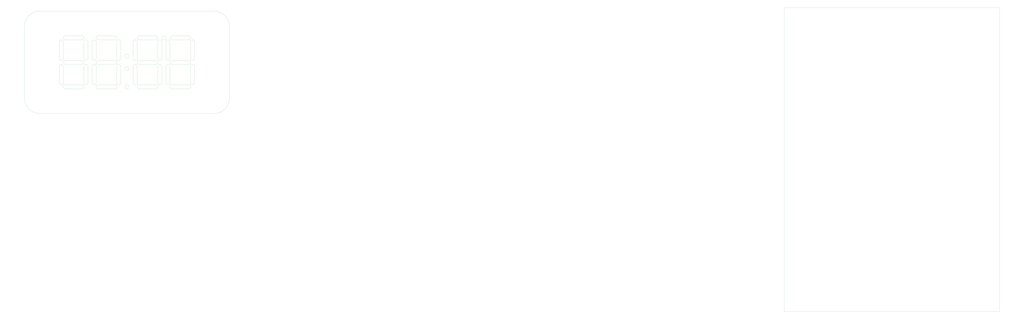
<source format=gbr>
%TF.GenerationSoftware,KiCad,Pcbnew,9.0.6-9.0.6~ubuntu24.04.1*%
%TF.CreationDate,2025-12-13T15:08:56+01:00*%
%TF.ProjectId,7_seg_led_tht_3mm,375f7365-675f-46c6-9564-5f7468745f33,1.0*%
%TF.SameCoordinates,Original*%
%TF.FileFunction,OtherDrawing,Comment*%
%FSLAX46Y46*%
G04 Gerber Fmt 4.6, Leading zero omitted, Abs format (unit mm)*
G04 Created by KiCad (PCBNEW 9.0.6-9.0.6~ubuntu24.04.1) date 2025-12-13 15:08:56*
%MOMM*%
%LPD*%
G01*
G04 APERTURE LIST*
%ADD10C,0.100000*%
%ADD11C,0.050000*%
G04 APERTURE END LIST*
D10*
X115000001Y-72999928D02*
X115000001Y-88999928D01*
X189000001Y-118999928D02*
G75*
G02*
X189000001Y-114999872I-1J2000028D01*
G01*
X157000001Y-66999928D02*
X173000001Y-66999928D01*
X85000001Y-66999928D02*
X101000001Y-66999928D01*
X155000001Y-112999928D02*
G75*
G02*
X151000001Y-112999928I-2000000J0D01*
G01*
X101000001Y-66999928D02*
G75*
G02*
X101000001Y-70999872I-1J-1999972D01*
G01*
X211000001Y-96999928D02*
X211000001Y-112999928D01*
X135000001Y-72999928D02*
G75*
G02*
X139000001Y-72999928I2000000J0D01*
G01*
D11*
X245000001Y-127953438D02*
G75*
G02*
X230000000Y-143000003I-15000001J-46492D01*
G01*
D10*
X183000000Y-69000000D02*
G75*
G02*
X179000000Y-69000000I-2000000J0D01*
G01*
X179000000Y-69000000D02*
G75*
G02*
X183000000Y-69000000I2000000J0D01*
G01*
X139000001Y-112999928D02*
G75*
G02*
X135000001Y-112999928I-2000000J0D01*
G01*
X85000001Y-118999928D02*
G75*
G02*
X85000001Y-114999872I-1J2000028D01*
G01*
X151000001Y-96999928D02*
G75*
G02*
X155000001Y-96999928I2000000J0D01*
G01*
X103000001Y-72999928D02*
X103000001Y-88999928D01*
X117000001Y-70999928D02*
X133000001Y-70999928D01*
X189000001Y-90999928D02*
X205000001Y-90999928D01*
X173000001Y-114999928D02*
G75*
G02*
X173000001Y-118999872I-1J-1999972D01*
G01*
X133000001Y-66999928D02*
G75*
G02*
X133000001Y-70999872I-1J-1999972D01*
G01*
X175000001Y-96999928D02*
X175000001Y-112999928D01*
X157000001Y-118999928D02*
G75*
G02*
X157000001Y-114999872I-1J2000028D01*
G01*
X85000001Y-114999928D02*
X101000001Y-114999928D01*
X189000001Y-94999928D02*
G75*
G02*
X189000001Y-90999872I-1J2000028D01*
G01*
X85000001Y-90999928D02*
X101000001Y-90999928D01*
X117000001Y-118999928D02*
X133000001Y-118999928D01*
X189000001Y-70999928D02*
G75*
G02*
X189000001Y-66999872I-1J2000028D01*
G01*
X187000001Y-88999928D02*
G75*
G02*
X183000001Y-88999928I-2000000J0D01*
G01*
X107000001Y-96999928D02*
X107000001Y-112999928D01*
X207000001Y-72999928D02*
G75*
G02*
X211000001Y-72999928I2000000J0D01*
G01*
X189000001Y-118999928D02*
X205000001Y-118999928D01*
X179000001Y-88999928D02*
G75*
G02*
X175000001Y-88999928I-2000000J0D01*
G01*
D11*
X45000001Y-58046418D02*
G75*
G02*
X60000002Y-42999859I14999999J46488D01*
G01*
D10*
X151000001Y-72999928D02*
X151000001Y-88999928D01*
X101000001Y-90999928D02*
G75*
G02*
X101000001Y-94999872I-1J-1999972D01*
G01*
X135000001Y-72999928D02*
X135000001Y-88999928D01*
D11*
X245000001Y-127953475D02*
X245000102Y-57999929D01*
X60046491Y-142999928D02*
X230000000Y-143000032D01*
D10*
X157000001Y-114999928D02*
X173000001Y-114999928D01*
X179000001Y-96999928D02*
X179000001Y-112999928D01*
X139000001Y-96999928D02*
X139000001Y-112999928D01*
D11*
X229953511Y-42999928D02*
X60000002Y-42999857D01*
D10*
X83000001Y-88999928D02*
G75*
G02*
X79000001Y-88999928I-2000000J0D01*
G01*
X85000001Y-94999928D02*
G75*
G02*
X85000001Y-90999872I-1J2000028D01*
G01*
X147000000Y-117000000D02*
G75*
G02*
X143000000Y-117000000I-2000000J0D01*
G01*
X143000000Y-117000000D02*
G75*
G02*
X147000000Y-117000000I2000000J0D01*
G01*
X211000001Y-72999928D02*
X211000001Y-88999928D01*
X107000001Y-112999928D02*
G75*
G02*
X103000001Y-112999928I-2000000J0D01*
G01*
X157000001Y-70999928D02*
G75*
G02*
X157000001Y-66999872I-1J2000028D01*
G01*
X115000001Y-112999928D02*
G75*
G02*
X111000001Y-112999928I-2000000J0D01*
G01*
X117000001Y-90999928D02*
X133000001Y-90999928D01*
X157000001Y-90999928D02*
X173000001Y-90999928D01*
X155000001Y-72999928D02*
X155000001Y-88999928D01*
X115000001Y-88999928D02*
G75*
G02*
X111000001Y-88999928I-2000000J0D01*
G01*
X133000001Y-90999928D02*
G75*
G02*
X133000001Y-94999872I-1J-1999972D01*
G01*
X187000001Y-72999928D02*
X187000001Y-88999928D01*
X175000001Y-72999928D02*
X175000001Y-88999928D01*
X139000001Y-72999928D02*
X139000001Y-88999928D01*
X183000001Y-96999928D02*
X183000001Y-112999928D01*
X207000001Y-96999928D02*
X207000001Y-112999928D01*
X117000001Y-94999928D02*
G75*
G02*
X117000001Y-90999872I-1J2000028D01*
G01*
X175000001Y-72999928D02*
G75*
G02*
X179000001Y-72999928I2000000J0D01*
G01*
X207000001Y-72999928D02*
X207000001Y-88999928D01*
X79000001Y-72999928D02*
G75*
G02*
X83000001Y-72999928I2000000J0D01*
G01*
X133000001Y-114999928D02*
G75*
G02*
X133000001Y-118999872I-1J-1999972D01*
G01*
X83000001Y-112999928D02*
G75*
G02*
X79000001Y-112999928I-2000000J0D01*
G01*
X157000001Y-94999928D02*
G75*
G02*
X157000001Y-90999872I-1J2000028D01*
G01*
X173000001Y-90999928D02*
G75*
G02*
X173000001Y-94999872I-1J-1999972D01*
G01*
X115000001Y-96999928D02*
X115000001Y-112999928D01*
X111000001Y-96999928D02*
G75*
G02*
X115000001Y-96999928I2000000J0D01*
G01*
X157000001Y-118999928D02*
X173000001Y-118999928D01*
X155000001Y-88999928D02*
G75*
G02*
X151000001Y-88999928I-2000000J0D01*
G01*
X85000001Y-70999928D02*
X101000001Y-70999928D01*
X111000001Y-96999928D02*
X111000001Y-112999928D01*
X101000001Y-114999928D02*
G75*
G02*
X101000001Y-118999872I-1J-1999972D01*
G01*
X79000001Y-96999928D02*
X79000001Y-112999928D01*
X85000001Y-70999928D02*
G75*
G02*
X85000001Y-66999872I-1J2000028D01*
G01*
X107000001Y-72999928D02*
X107000001Y-88999928D01*
X155000001Y-96999928D02*
X155000001Y-112999928D01*
X189000001Y-114999928D02*
X205000001Y-114999928D01*
X157000001Y-94999928D02*
X173000001Y-94999928D01*
X189000001Y-66999928D02*
X205000001Y-66999928D01*
X139000001Y-88999928D02*
G75*
G02*
X135000001Y-88999928I-2000000J0D01*
G01*
X79000001Y-96999928D02*
G75*
G02*
X83000001Y-96999928I2000000J0D01*
G01*
D11*
X45000001Y-58046418D02*
X44999929Y-127999928D01*
D10*
X147000000Y-87000000D02*
G75*
G02*
X143000000Y-87000000I-2000000J0D01*
G01*
X143000000Y-87000000D02*
G75*
G02*
X147000000Y-87000000I2000000J0D01*
G01*
X183000001Y-96999928D02*
G75*
G02*
X187000001Y-96999928I2000000J0D01*
G01*
X151000001Y-96999928D02*
X151000001Y-112999928D01*
X85000001Y-118999928D02*
X101000001Y-118999928D01*
X151000001Y-72999928D02*
G75*
G02*
X155000001Y-72999928I2000000J0D01*
G01*
X157000001Y-70999928D02*
X173000001Y-70999928D01*
X117000001Y-70999928D02*
G75*
G02*
X117000001Y-66999872I-1J2000028D01*
G01*
X187000001Y-96999928D02*
X187000001Y-112999928D01*
X205000001Y-90999928D02*
G75*
G02*
X205000001Y-94999872I-1J-1999972D01*
G01*
X187000001Y-112999928D02*
G75*
G02*
X183000001Y-112999928I-2000000J0D01*
G01*
X175000001Y-96999928D02*
G75*
G02*
X179000001Y-96999928I2000000J0D01*
G01*
X117000001Y-94999928D02*
X133000001Y-94999928D01*
X83000001Y-96999928D02*
X83000001Y-112999928D01*
D11*
X60046491Y-142999928D02*
G75*
G02*
X44999930Y-127999927I-46511J14999978D01*
G01*
D10*
X83000001Y-72999928D02*
X83000001Y-88999928D01*
D11*
X229953511Y-42999928D02*
G75*
G02*
X245000044Y-57999929I46489J-14999972D01*
G01*
D10*
X135000001Y-96999928D02*
X135000001Y-112999928D01*
X179000001Y-72999928D02*
X179000001Y-88999928D01*
X205000001Y-66999928D02*
G75*
G02*
X205000001Y-70999872I-1J-1999972D01*
G01*
X117000001Y-118999928D02*
G75*
G02*
X117000001Y-114999872I-1J2000028D01*
G01*
X207000001Y-96999928D02*
G75*
G02*
X211000001Y-96999928I2000000J0D01*
G01*
X147000000Y-99000000D02*
G75*
G02*
X143000000Y-99000000I-2000000J0D01*
G01*
X143000000Y-99000000D02*
G75*
G02*
X147000000Y-99000000I2000000J0D01*
G01*
X85000001Y-94999928D02*
X101000001Y-94999928D01*
X183000001Y-72999928D02*
G75*
G02*
X187000001Y-72999928I2000000J0D01*
G01*
X111000001Y-72999928D02*
G75*
G02*
X115000001Y-72999928I2000000J0D01*
G01*
X173000001Y-66999928D02*
G75*
G02*
X173000001Y-70999872I-1J-1999972D01*
G01*
X111000001Y-72999928D02*
X111000001Y-88999928D01*
X211000001Y-88999928D02*
G75*
G02*
X207000001Y-88999928I-2000000J0D01*
G01*
X117000001Y-66999928D02*
X133000001Y-66999928D01*
X189000001Y-70999928D02*
X205000001Y-70999928D01*
X786000000Y-39500100D02*
X996000000Y-39500100D01*
X996000000Y-336500100D01*
X786000000Y-336500100D01*
X786000000Y-39500100D01*
X103000001Y-72999928D02*
G75*
G02*
X107000001Y-72999928I2000000J0D01*
G01*
X211000001Y-112999928D02*
G75*
G02*
X207000001Y-112999928I-2000000J0D01*
G01*
X205000001Y-114999928D02*
G75*
G02*
X205000001Y-118999872I-1J-1999972D01*
G01*
X103000001Y-96999928D02*
X103000001Y-112999928D01*
X103000001Y-96999928D02*
G75*
G02*
X107000001Y-96999928I2000000J0D01*
G01*
X135000001Y-96999928D02*
G75*
G02*
X139000001Y-96999928I2000000J0D01*
G01*
X189000001Y-94999928D02*
X205000001Y-94999928D01*
X183000001Y-72999928D02*
X183000001Y-88999928D01*
X79000001Y-72999928D02*
X79000001Y-88999928D01*
X107000001Y-88999928D02*
G75*
G02*
X103000001Y-88999928I-2000000J0D01*
G01*
X117000001Y-114999928D02*
X133000001Y-114999928D01*
X179000001Y-112999928D02*
G75*
G02*
X175000001Y-112999928I-2000000J0D01*
G01*
M02*

</source>
